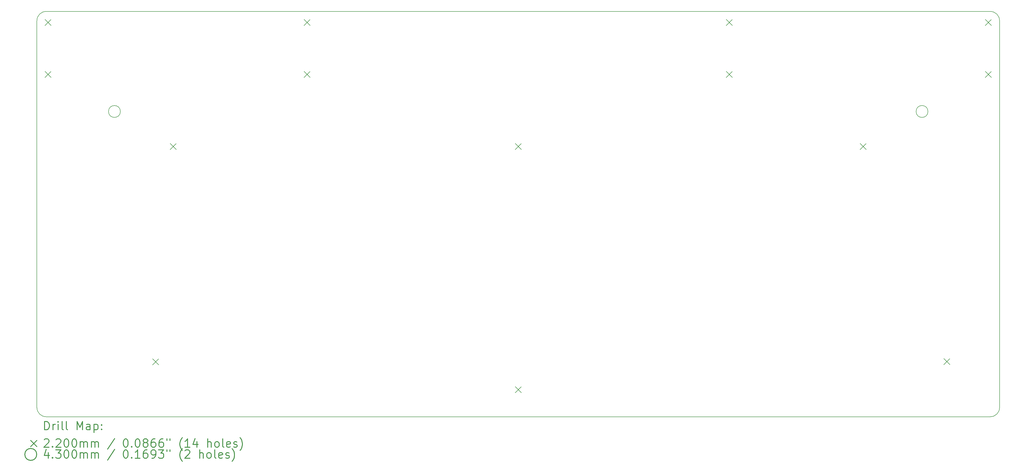
<source format=gbr>
%FSLAX45Y45*%
G04 Gerber Fmt 4.5, Leading zero omitted, Abs format (unit mm)*
G04 Created by KiCad (PCBNEW 5.99.0+really5.1.10+dfsg1-1) date 2021-11-12 03:05:25*
%MOMM*%
%LPD*%
G01*
G04 APERTURE LIST*
%TA.AperFunction,Profile*%
%ADD10C,0.150000*%
%TD*%
%ADD11C,0.200000*%
%ADD12C,0.300000*%
G04 APERTURE END LIST*
D10*
X3655060Y-20417584D02*
X3655060Y-6417346D01*
X38421310Y-20416984D02*
G75*
G02*
X38090904Y-20747990I-330706J-300D01*
G01*
X38090304Y-6086340D02*
G75*
G02*
X38421310Y-6416746I300J-330706D01*
G01*
X3655060Y-6417346D02*
G75*
G02*
X3985466Y-6086340I330706J300D01*
G01*
X3986066Y-20747990D02*
G75*
G02*
X3655060Y-20417584I-300J330706D01*
G01*
X38421310Y-6416746D02*
X38421310Y-20416984D01*
X38090904Y-20747990D02*
X3986066Y-20747990D01*
X3985466Y-6086340D02*
X38090304Y-6086340D01*
D11*
X3945060Y-6376340D02*
X4165060Y-6596340D01*
X4165060Y-6376340D02*
X3945060Y-6596340D01*
X3945060Y-8251340D02*
X4165060Y-8471340D01*
X4165060Y-8251340D02*
X3945060Y-8471340D01*
X7830180Y-18648740D02*
X8050180Y-18868740D01*
X8050180Y-18648740D02*
X7830180Y-18868740D01*
X8466310Y-10860260D02*
X8686310Y-11080260D01*
X8686310Y-10860260D02*
X8466310Y-11080260D01*
X13303740Y-6376340D02*
X13523740Y-6596340D01*
X13523740Y-6376340D02*
X13303740Y-6596340D01*
X13303740Y-8251340D02*
X13523740Y-8471340D01*
X13523740Y-8251340D02*
X13303740Y-8471340D01*
X20931935Y-10860260D02*
X21151935Y-11080260D01*
X21151935Y-10860260D02*
X20931935Y-11080260D01*
X20931935Y-19661360D02*
X21151935Y-19881360D01*
X21151935Y-19661360D02*
X20931935Y-19881360D01*
X28552630Y-6376340D02*
X28772630Y-6596340D01*
X28772630Y-6376340D02*
X28552630Y-6596340D01*
X28552630Y-8251340D02*
X28772630Y-8471340D01*
X28772630Y-8251340D02*
X28552630Y-8471340D01*
X33390060Y-10860260D02*
X33610060Y-11080260D01*
X33610060Y-10860260D02*
X33390060Y-11080260D01*
X36405604Y-18647284D02*
X36625604Y-18867284D01*
X36625604Y-18647284D02*
X36405604Y-18867284D01*
X37911310Y-6376340D02*
X38131310Y-6596340D01*
X38131310Y-6376340D02*
X37911310Y-6596340D01*
X37911310Y-8251340D02*
X38131310Y-8471340D01*
X38131310Y-8251340D02*
X37911310Y-8471340D01*
X6670060Y-9705340D02*
G75*
G03*
X6670060Y-9705340I-215000J0D01*
G01*
X35836310Y-9705340D02*
G75*
G03*
X35836310Y-9705340I-215000J0D01*
G01*
D12*
X3933988Y-21221204D02*
X3933988Y-20921204D01*
X4005417Y-20921204D01*
X4048274Y-20935490D01*
X4076846Y-20964062D01*
X4091131Y-20992633D01*
X4105417Y-21049776D01*
X4105417Y-21092633D01*
X4091131Y-21149776D01*
X4076846Y-21178347D01*
X4048274Y-21206919D01*
X4005417Y-21221204D01*
X3933988Y-21221204D01*
X4233988Y-21221204D02*
X4233988Y-21021204D01*
X4233988Y-21078347D02*
X4248274Y-21049776D01*
X4262560Y-21035490D01*
X4291131Y-21021204D01*
X4319703Y-21021204D01*
X4419703Y-21221204D02*
X4419703Y-21021204D01*
X4419703Y-20921204D02*
X4405417Y-20935490D01*
X4419703Y-20949776D01*
X4433988Y-20935490D01*
X4419703Y-20921204D01*
X4419703Y-20949776D01*
X4605417Y-21221204D02*
X4576846Y-21206919D01*
X4562560Y-21178347D01*
X4562560Y-20921204D01*
X4762560Y-21221204D02*
X4733988Y-21206919D01*
X4719703Y-21178347D01*
X4719703Y-20921204D01*
X5105417Y-21221204D02*
X5105417Y-20921204D01*
X5205417Y-21135490D01*
X5305417Y-20921204D01*
X5305417Y-21221204D01*
X5576846Y-21221204D02*
X5576846Y-21064062D01*
X5562560Y-21035490D01*
X5533988Y-21021204D01*
X5476846Y-21021204D01*
X5448274Y-21035490D01*
X5576846Y-21206919D02*
X5548274Y-21221204D01*
X5476846Y-21221204D01*
X5448274Y-21206919D01*
X5433988Y-21178347D01*
X5433988Y-21149776D01*
X5448274Y-21121204D01*
X5476846Y-21106919D01*
X5548274Y-21106919D01*
X5576846Y-21092633D01*
X5719703Y-21021204D02*
X5719703Y-21321204D01*
X5719703Y-21035490D02*
X5748274Y-21021204D01*
X5805417Y-21021204D01*
X5833988Y-21035490D01*
X5848274Y-21049776D01*
X5862560Y-21078347D01*
X5862560Y-21164062D01*
X5848274Y-21192633D01*
X5833988Y-21206919D01*
X5805417Y-21221204D01*
X5748274Y-21221204D01*
X5719703Y-21206919D01*
X5991131Y-21192633D02*
X6005417Y-21206919D01*
X5991131Y-21221204D01*
X5976846Y-21206919D01*
X5991131Y-21192633D01*
X5991131Y-21221204D01*
X5991131Y-21035490D02*
X6005417Y-21049776D01*
X5991131Y-21064062D01*
X5976846Y-21049776D01*
X5991131Y-21035490D01*
X5991131Y-21064062D01*
X3427560Y-21605490D02*
X3647560Y-21825490D01*
X3647560Y-21605490D02*
X3427560Y-21825490D01*
X3919703Y-21579776D02*
X3933988Y-21565490D01*
X3962560Y-21551204D01*
X4033988Y-21551204D01*
X4062560Y-21565490D01*
X4076846Y-21579776D01*
X4091131Y-21608347D01*
X4091131Y-21636919D01*
X4076846Y-21679776D01*
X3905417Y-21851204D01*
X4091131Y-21851204D01*
X4219703Y-21822633D02*
X4233988Y-21836919D01*
X4219703Y-21851204D01*
X4205417Y-21836919D01*
X4219703Y-21822633D01*
X4219703Y-21851204D01*
X4348274Y-21579776D02*
X4362560Y-21565490D01*
X4391131Y-21551204D01*
X4462560Y-21551204D01*
X4491131Y-21565490D01*
X4505417Y-21579776D01*
X4519703Y-21608347D01*
X4519703Y-21636919D01*
X4505417Y-21679776D01*
X4333988Y-21851204D01*
X4519703Y-21851204D01*
X4705417Y-21551204D02*
X4733988Y-21551204D01*
X4762560Y-21565490D01*
X4776846Y-21579776D01*
X4791131Y-21608347D01*
X4805417Y-21665490D01*
X4805417Y-21736919D01*
X4791131Y-21794062D01*
X4776846Y-21822633D01*
X4762560Y-21836919D01*
X4733988Y-21851204D01*
X4705417Y-21851204D01*
X4676846Y-21836919D01*
X4662560Y-21822633D01*
X4648274Y-21794062D01*
X4633988Y-21736919D01*
X4633988Y-21665490D01*
X4648274Y-21608347D01*
X4662560Y-21579776D01*
X4676846Y-21565490D01*
X4705417Y-21551204D01*
X4991131Y-21551204D02*
X5019703Y-21551204D01*
X5048274Y-21565490D01*
X5062560Y-21579776D01*
X5076846Y-21608347D01*
X5091131Y-21665490D01*
X5091131Y-21736919D01*
X5076846Y-21794062D01*
X5062560Y-21822633D01*
X5048274Y-21836919D01*
X5019703Y-21851204D01*
X4991131Y-21851204D01*
X4962560Y-21836919D01*
X4948274Y-21822633D01*
X4933988Y-21794062D01*
X4919703Y-21736919D01*
X4919703Y-21665490D01*
X4933988Y-21608347D01*
X4948274Y-21579776D01*
X4962560Y-21565490D01*
X4991131Y-21551204D01*
X5219703Y-21851204D02*
X5219703Y-21651204D01*
X5219703Y-21679776D02*
X5233988Y-21665490D01*
X5262560Y-21651204D01*
X5305417Y-21651204D01*
X5333988Y-21665490D01*
X5348274Y-21694062D01*
X5348274Y-21851204D01*
X5348274Y-21694062D02*
X5362560Y-21665490D01*
X5391131Y-21651204D01*
X5433988Y-21651204D01*
X5462560Y-21665490D01*
X5476846Y-21694062D01*
X5476846Y-21851204D01*
X5619703Y-21851204D02*
X5619703Y-21651204D01*
X5619703Y-21679776D02*
X5633988Y-21665490D01*
X5662560Y-21651204D01*
X5705417Y-21651204D01*
X5733988Y-21665490D01*
X5748274Y-21694062D01*
X5748274Y-21851204D01*
X5748274Y-21694062D02*
X5762560Y-21665490D01*
X5791131Y-21651204D01*
X5833988Y-21651204D01*
X5862560Y-21665490D01*
X5876846Y-21694062D01*
X5876846Y-21851204D01*
X6462560Y-21536919D02*
X6205417Y-21922633D01*
X6848274Y-21551204D02*
X6876846Y-21551204D01*
X6905417Y-21565490D01*
X6919703Y-21579776D01*
X6933988Y-21608347D01*
X6948274Y-21665490D01*
X6948274Y-21736919D01*
X6933988Y-21794062D01*
X6919703Y-21822633D01*
X6905417Y-21836919D01*
X6876846Y-21851204D01*
X6848274Y-21851204D01*
X6819703Y-21836919D01*
X6805417Y-21822633D01*
X6791131Y-21794062D01*
X6776846Y-21736919D01*
X6776846Y-21665490D01*
X6791131Y-21608347D01*
X6805417Y-21579776D01*
X6819703Y-21565490D01*
X6848274Y-21551204D01*
X7076846Y-21822633D02*
X7091131Y-21836919D01*
X7076846Y-21851204D01*
X7062560Y-21836919D01*
X7076846Y-21822633D01*
X7076846Y-21851204D01*
X7276846Y-21551204D02*
X7305417Y-21551204D01*
X7333988Y-21565490D01*
X7348274Y-21579776D01*
X7362560Y-21608347D01*
X7376846Y-21665490D01*
X7376846Y-21736919D01*
X7362560Y-21794062D01*
X7348274Y-21822633D01*
X7333988Y-21836919D01*
X7305417Y-21851204D01*
X7276846Y-21851204D01*
X7248274Y-21836919D01*
X7233988Y-21822633D01*
X7219703Y-21794062D01*
X7205417Y-21736919D01*
X7205417Y-21665490D01*
X7219703Y-21608347D01*
X7233988Y-21579776D01*
X7248274Y-21565490D01*
X7276846Y-21551204D01*
X7548274Y-21679776D02*
X7519703Y-21665490D01*
X7505417Y-21651204D01*
X7491131Y-21622633D01*
X7491131Y-21608347D01*
X7505417Y-21579776D01*
X7519703Y-21565490D01*
X7548274Y-21551204D01*
X7605417Y-21551204D01*
X7633988Y-21565490D01*
X7648274Y-21579776D01*
X7662560Y-21608347D01*
X7662560Y-21622633D01*
X7648274Y-21651204D01*
X7633988Y-21665490D01*
X7605417Y-21679776D01*
X7548274Y-21679776D01*
X7519703Y-21694062D01*
X7505417Y-21708347D01*
X7491131Y-21736919D01*
X7491131Y-21794062D01*
X7505417Y-21822633D01*
X7519703Y-21836919D01*
X7548274Y-21851204D01*
X7605417Y-21851204D01*
X7633988Y-21836919D01*
X7648274Y-21822633D01*
X7662560Y-21794062D01*
X7662560Y-21736919D01*
X7648274Y-21708347D01*
X7633988Y-21694062D01*
X7605417Y-21679776D01*
X7919703Y-21551204D02*
X7862560Y-21551204D01*
X7833988Y-21565490D01*
X7819703Y-21579776D01*
X7791131Y-21622633D01*
X7776846Y-21679776D01*
X7776846Y-21794062D01*
X7791131Y-21822633D01*
X7805417Y-21836919D01*
X7833988Y-21851204D01*
X7891131Y-21851204D01*
X7919703Y-21836919D01*
X7933988Y-21822633D01*
X7948274Y-21794062D01*
X7948274Y-21722633D01*
X7933988Y-21694062D01*
X7919703Y-21679776D01*
X7891131Y-21665490D01*
X7833988Y-21665490D01*
X7805417Y-21679776D01*
X7791131Y-21694062D01*
X7776846Y-21722633D01*
X8205417Y-21551204D02*
X8148274Y-21551204D01*
X8119703Y-21565490D01*
X8105417Y-21579776D01*
X8076846Y-21622633D01*
X8062560Y-21679776D01*
X8062560Y-21794062D01*
X8076846Y-21822633D01*
X8091131Y-21836919D01*
X8119703Y-21851204D01*
X8176846Y-21851204D01*
X8205417Y-21836919D01*
X8219703Y-21822633D01*
X8233988Y-21794062D01*
X8233988Y-21722633D01*
X8219703Y-21694062D01*
X8205417Y-21679776D01*
X8176846Y-21665490D01*
X8119703Y-21665490D01*
X8091131Y-21679776D01*
X8076846Y-21694062D01*
X8062560Y-21722633D01*
X8348274Y-21551204D02*
X8348274Y-21608347D01*
X8462560Y-21551204D02*
X8462560Y-21608347D01*
X8905417Y-21965490D02*
X8891131Y-21951204D01*
X8862560Y-21908347D01*
X8848274Y-21879776D01*
X8833988Y-21836919D01*
X8819703Y-21765490D01*
X8819703Y-21708347D01*
X8833988Y-21636919D01*
X8848274Y-21594062D01*
X8862560Y-21565490D01*
X8891131Y-21522633D01*
X8905417Y-21508347D01*
X9176846Y-21851204D02*
X9005417Y-21851204D01*
X9091131Y-21851204D02*
X9091131Y-21551204D01*
X9062560Y-21594062D01*
X9033988Y-21622633D01*
X9005417Y-21636919D01*
X9433988Y-21651204D02*
X9433988Y-21851204D01*
X9362560Y-21536919D02*
X9291131Y-21751204D01*
X9476846Y-21751204D01*
X9819703Y-21851204D02*
X9819703Y-21551204D01*
X9948274Y-21851204D02*
X9948274Y-21694062D01*
X9933988Y-21665490D01*
X9905417Y-21651204D01*
X9862560Y-21651204D01*
X9833988Y-21665490D01*
X9819703Y-21679776D01*
X10133988Y-21851204D02*
X10105417Y-21836919D01*
X10091131Y-21822633D01*
X10076846Y-21794062D01*
X10076846Y-21708347D01*
X10091131Y-21679776D01*
X10105417Y-21665490D01*
X10133988Y-21651204D01*
X10176846Y-21651204D01*
X10205417Y-21665490D01*
X10219703Y-21679776D01*
X10233988Y-21708347D01*
X10233988Y-21794062D01*
X10219703Y-21822633D01*
X10205417Y-21836919D01*
X10176846Y-21851204D01*
X10133988Y-21851204D01*
X10405417Y-21851204D02*
X10376846Y-21836919D01*
X10362560Y-21808347D01*
X10362560Y-21551204D01*
X10633988Y-21836919D02*
X10605417Y-21851204D01*
X10548274Y-21851204D01*
X10519703Y-21836919D01*
X10505417Y-21808347D01*
X10505417Y-21694062D01*
X10519703Y-21665490D01*
X10548274Y-21651204D01*
X10605417Y-21651204D01*
X10633988Y-21665490D01*
X10648274Y-21694062D01*
X10648274Y-21722633D01*
X10505417Y-21751204D01*
X10762560Y-21836919D02*
X10791131Y-21851204D01*
X10848274Y-21851204D01*
X10876846Y-21836919D01*
X10891131Y-21808347D01*
X10891131Y-21794062D01*
X10876846Y-21765490D01*
X10848274Y-21751204D01*
X10805417Y-21751204D01*
X10776846Y-21736919D01*
X10762560Y-21708347D01*
X10762560Y-21694062D01*
X10776846Y-21665490D01*
X10805417Y-21651204D01*
X10848274Y-21651204D01*
X10876846Y-21665490D01*
X10991131Y-21965490D02*
X11005417Y-21951204D01*
X11033988Y-21908347D01*
X11048274Y-21879776D01*
X11062560Y-21836919D01*
X11076846Y-21765490D01*
X11076846Y-21708347D01*
X11062560Y-21636919D01*
X11048274Y-21594062D01*
X11033988Y-21565490D01*
X11005417Y-21522633D01*
X10991131Y-21508347D01*
X3647560Y-22111490D02*
G75*
G03*
X3647560Y-22111490I-215000J0D01*
G01*
X4062560Y-22047204D02*
X4062560Y-22247204D01*
X3991131Y-21932919D02*
X3919703Y-22147204D01*
X4105417Y-22147204D01*
X4219703Y-22218633D02*
X4233988Y-22232919D01*
X4219703Y-22247204D01*
X4205417Y-22232919D01*
X4219703Y-22218633D01*
X4219703Y-22247204D01*
X4333988Y-21947204D02*
X4519703Y-21947204D01*
X4419703Y-22061490D01*
X4462560Y-22061490D01*
X4491131Y-22075776D01*
X4505417Y-22090062D01*
X4519703Y-22118633D01*
X4519703Y-22190062D01*
X4505417Y-22218633D01*
X4491131Y-22232919D01*
X4462560Y-22247204D01*
X4376846Y-22247204D01*
X4348274Y-22232919D01*
X4333988Y-22218633D01*
X4705417Y-21947204D02*
X4733988Y-21947204D01*
X4762560Y-21961490D01*
X4776846Y-21975776D01*
X4791131Y-22004347D01*
X4805417Y-22061490D01*
X4805417Y-22132919D01*
X4791131Y-22190062D01*
X4776846Y-22218633D01*
X4762560Y-22232919D01*
X4733988Y-22247204D01*
X4705417Y-22247204D01*
X4676846Y-22232919D01*
X4662560Y-22218633D01*
X4648274Y-22190062D01*
X4633988Y-22132919D01*
X4633988Y-22061490D01*
X4648274Y-22004347D01*
X4662560Y-21975776D01*
X4676846Y-21961490D01*
X4705417Y-21947204D01*
X4991131Y-21947204D02*
X5019703Y-21947204D01*
X5048274Y-21961490D01*
X5062560Y-21975776D01*
X5076846Y-22004347D01*
X5091131Y-22061490D01*
X5091131Y-22132919D01*
X5076846Y-22190062D01*
X5062560Y-22218633D01*
X5048274Y-22232919D01*
X5019703Y-22247204D01*
X4991131Y-22247204D01*
X4962560Y-22232919D01*
X4948274Y-22218633D01*
X4933988Y-22190062D01*
X4919703Y-22132919D01*
X4919703Y-22061490D01*
X4933988Y-22004347D01*
X4948274Y-21975776D01*
X4962560Y-21961490D01*
X4991131Y-21947204D01*
X5219703Y-22247204D02*
X5219703Y-22047204D01*
X5219703Y-22075776D02*
X5233988Y-22061490D01*
X5262560Y-22047204D01*
X5305417Y-22047204D01*
X5333988Y-22061490D01*
X5348274Y-22090062D01*
X5348274Y-22247204D01*
X5348274Y-22090062D02*
X5362560Y-22061490D01*
X5391131Y-22047204D01*
X5433988Y-22047204D01*
X5462560Y-22061490D01*
X5476846Y-22090062D01*
X5476846Y-22247204D01*
X5619703Y-22247204D02*
X5619703Y-22047204D01*
X5619703Y-22075776D02*
X5633988Y-22061490D01*
X5662560Y-22047204D01*
X5705417Y-22047204D01*
X5733988Y-22061490D01*
X5748274Y-22090062D01*
X5748274Y-22247204D01*
X5748274Y-22090062D02*
X5762560Y-22061490D01*
X5791131Y-22047204D01*
X5833988Y-22047204D01*
X5862560Y-22061490D01*
X5876846Y-22090062D01*
X5876846Y-22247204D01*
X6462560Y-21932919D02*
X6205417Y-22318633D01*
X6848274Y-21947204D02*
X6876846Y-21947204D01*
X6905417Y-21961490D01*
X6919703Y-21975776D01*
X6933988Y-22004347D01*
X6948274Y-22061490D01*
X6948274Y-22132919D01*
X6933988Y-22190062D01*
X6919703Y-22218633D01*
X6905417Y-22232919D01*
X6876846Y-22247204D01*
X6848274Y-22247204D01*
X6819703Y-22232919D01*
X6805417Y-22218633D01*
X6791131Y-22190062D01*
X6776846Y-22132919D01*
X6776846Y-22061490D01*
X6791131Y-22004347D01*
X6805417Y-21975776D01*
X6819703Y-21961490D01*
X6848274Y-21947204D01*
X7076846Y-22218633D02*
X7091131Y-22232919D01*
X7076846Y-22247204D01*
X7062560Y-22232919D01*
X7076846Y-22218633D01*
X7076846Y-22247204D01*
X7376846Y-22247204D02*
X7205417Y-22247204D01*
X7291131Y-22247204D02*
X7291131Y-21947204D01*
X7262560Y-21990062D01*
X7233988Y-22018633D01*
X7205417Y-22032919D01*
X7633988Y-21947204D02*
X7576846Y-21947204D01*
X7548274Y-21961490D01*
X7533988Y-21975776D01*
X7505417Y-22018633D01*
X7491131Y-22075776D01*
X7491131Y-22190062D01*
X7505417Y-22218633D01*
X7519703Y-22232919D01*
X7548274Y-22247204D01*
X7605417Y-22247204D01*
X7633988Y-22232919D01*
X7648274Y-22218633D01*
X7662560Y-22190062D01*
X7662560Y-22118633D01*
X7648274Y-22090062D01*
X7633988Y-22075776D01*
X7605417Y-22061490D01*
X7548274Y-22061490D01*
X7519703Y-22075776D01*
X7505417Y-22090062D01*
X7491131Y-22118633D01*
X7805417Y-22247204D02*
X7862560Y-22247204D01*
X7891131Y-22232919D01*
X7905417Y-22218633D01*
X7933988Y-22175776D01*
X7948274Y-22118633D01*
X7948274Y-22004347D01*
X7933988Y-21975776D01*
X7919703Y-21961490D01*
X7891131Y-21947204D01*
X7833988Y-21947204D01*
X7805417Y-21961490D01*
X7791131Y-21975776D01*
X7776846Y-22004347D01*
X7776846Y-22075776D01*
X7791131Y-22104347D01*
X7805417Y-22118633D01*
X7833988Y-22132919D01*
X7891131Y-22132919D01*
X7919703Y-22118633D01*
X7933988Y-22104347D01*
X7948274Y-22075776D01*
X8048274Y-21947204D02*
X8233988Y-21947204D01*
X8133988Y-22061490D01*
X8176846Y-22061490D01*
X8205417Y-22075776D01*
X8219703Y-22090062D01*
X8233988Y-22118633D01*
X8233988Y-22190062D01*
X8219703Y-22218633D01*
X8205417Y-22232919D01*
X8176846Y-22247204D01*
X8091131Y-22247204D01*
X8062560Y-22232919D01*
X8048274Y-22218633D01*
X8348274Y-21947204D02*
X8348274Y-22004347D01*
X8462560Y-21947204D02*
X8462560Y-22004347D01*
X8905417Y-22361490D02*
X8891131Y-22347204D01*
X8862560Y-22304347D01*
X8848274Y-22275776D01*
X8833988Y-22232919D01*
X8819703Y-22161490D01*
X8819703Y-22104347D01*
X8833988Y-22032919D01*
X8848274Y-21990062D01*
X8862560Y-21961490D01*
X8891131Y-21918633D01*
X8905417Y-21904347D01*
X9005417Y-21975776D02*
X9019703Y-21961490D01*
X9048274Y-21947204D01*
X9119703Y-21947204D01*
X9148274Y-21961490D01*
X9162560Y-21975776D01*
X9176846Y-22004347D01*
X9176846Y-22032919D01*
X9162560Y-22075776D01*
X8991131Y-22247204D01*
X9176846Y-22247204D01*
X9533988Y-22247204D02*
X9533988Y-21947204D01*
X9662560Y-22247204D02*
X9662560Y-22090062D01*
X9648274Y-22061490D01*
X9619703Y-22047204D01*
X9576846Y-22047204D01*
X9548274Y-22061490D01*
X9533988Y-22075776D01*
X9848274Y-22247204D02*
X9819703Y-22232919D01*
X9805417Y-22218633D01*
X9791131Y-22190062D01*
X9791131Y-22104347D01*
X9805417Y-22075776D01*
X9819703Y-22061490D01*
X9848274Y-22047204D01*
X9891131Y-22047204D01*
X9919703Y-22061490D01*
X9933988Y-22075776D01*
X9948274Y-22104347D01*
X9948274Y-22190062D01*
X9933988Y-22218633D01*
X9919703Y-22232919D01*
X9891131Y-22247204D01*
X9848274Y-22247204D01*
X10119703Y-22247204D02*
X10091131Y-22232919D01*
X10076846Y-22204347D01*
X10076846Y-21947204D01*
X10348274Y-22232919D02*
X10319703Y-22247204D01*
X10262560Y-22247204D01*
X10233988Y-22232919D01*
X10219703Y-22204347D01*
X10219703Y-22090062D01*
X10233988Y-22061490D01*
X10262560Y-22047204D01*
X10319703Y-22047204D01*
X10348274Y-22061490D01*
X10362560Y-22090062D01*
X10362560Y-22118633D01*
X10219703Y-22147204D01*
X10476846Y-22232919D02*
X10505417Y-22247204D01*
X10562560Y-22247204D01*
X10591131Y-22232919D01*
X10605417Y-22204347D01*
X10605417Y-22190062D01*
X10591131Y-22161490D01*
X10562560Y-22147204D01*
X10519703Y-22147204D01*
X10491131Y-22132919D01*
X10476846Y-22104347D01*
X10476846Y-22090062D01*
X10491131Y-22061490D01*
X10519703Y-22047204D01*
X10562560Y-22047204D01*
X10591131Y-22061490D01*
X10705417Y-22361490D02*
X10719703Y-22347204D01*
X10748274Y-22304347D01*
X10762560Y-22275776D01*
X10776846Y-22232919D01*
X10791131Y-22161490D01*
X10791131Y-22104347D01*
X10776846Y-22032919D01*
X10762560Y-21990062D01*
X10748274Y-21961490D01*
X10719703Y-21918633D01*
X10705417Y-21904347D01*
M02*

</source>
